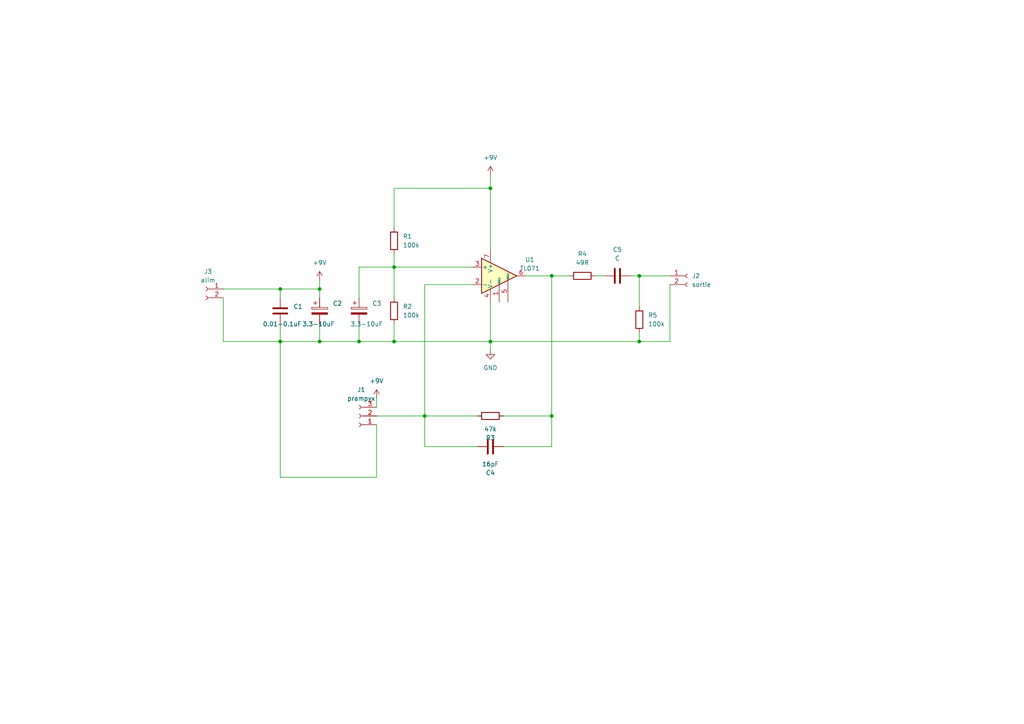
<source format=kicad_sch>
(kicad_sch (version 20211123) (generator eeschema)
  (paper "A4")
  (lib_symbols
    (symbol "Amplifier_Operational:TL071" (pin_names (offset 0.127))
      (property "Reference" "U" (at 0 6.35 0))
      (property "Value" "TL071" (at 0 3.81 0))
      (symbol "TL071_0_1"
        (polyline (pts (xy -5.08 5.08) (xy 5.08 0) (xy -5.08 -5.08) (xy -5.08 5.08)) (stroke (width 0.254)) (fill (type background)))
      )
      (symbol "TL071_1_1"
        (pin input line (at 0 -7.62 90) (length 5.08) (name "NULL") (number "1"))
        (pin input line (at -7.62 -2.54 0) (length 2.54) (name "-") (number "2"))
        (pin input line (at -7.62 2.54 0) (length 2.54) (name "+") (number "3"))
        (pin power_in line (at -2.54 -7.62 90) (length 3.81) (name "V-") (number "4"))
        (pin input line (at 2.54 -7.62 90) (length 6.35) (name "NULL") (number "5"))
        (pin output line (at 7.62 0 180) (length 2.54) (name "~") (number "6"))
        (pin power_in line (at -2.54 7.62 270) (length 3.81) (name "V+") (number "7"))
        (pin no_connect line (at 0 2.54 270) (length 2.54) hide (name "NC") (number "8"))
      )
    )
    (symbol "Connector:Conn_01x02_Female" (pin_names (offset 1.016) hide)
      (property "Reference" "J" (at 0 2.54 0))
      (property "Value" "Conn_01x02_Female" (at 0 -5.08 0))
      (symbol "Conn_01x02_Female_1_1"
        (arc (start 0 -2.032) (mid -0.508 -2.54) (end 0 -3.048) (stroke (width 0.1524)))
        (polyline (pts (xy -1.27 -2.54) (xy -0.508 -2.54)) (stroke (width 0.1524)))
        (polyline (pts (xy -1.27 0) (xy -0.508 0)) (stroke (width 0.1524)))
        (arc (start 0 0.508) (mid -0.508 0) (end 0 -0.508) (stroke (width 0.1524)))
        (pin passive line (at -5.08 0 0) (length 3.81) (name "Pin_1") (number "1"))
        (pin passive line (at -5.08 -2.54 0) (length 3.81) (name "Pin_2") (number "2"))
      )
    )
    (symbol "Connector:Conn_01x03_Female" (pin_names (offset 1.016) hide)
      (property "Reference" "J" (at 0 5.08 0))
      (property "Value" "Conn_01x03_Female" (at 0 -5.08 0))
      (symbol "Conn_01x03_Female_1_1"
        (arc (start 0 -2.032) (mid -0.508 -2.54) (end 0 -3.048) (stroke (width 0.1524)))
        (polyline (pts (xy -1.27 -2.54) (xy -0.508 -2.54)) (stroke (width 0.1524)))
        (polyline (pts (xy -1.27 0) (xy -0.508 0)) (stroke (width 0.1524)))
        (polyline (pts (xy -1.27 2.54) (xy -0.508 2.54)) (stroke (width 0.1524)))
        (arc (start 0 0.508) (mid -0.508 0) (end 0 -0.508) (stroke (width 0.1524)))
        (arc (start 0 3.048) (mid -0.508 2.54) (end 0 2.032) (stroke (width 0.1524)))
        (pin passive line (at -5.08 2.54 0) (length 3.81) (name "Pin_1") (number "1"))
        (pin passive line (at -5.08 0 0) (length 3.81) (name "Pin_2") (number "2"))
        (pin passive line (at -5.08 -2.54 0) (length 3.81) (name "Pin_3") (number "3"))
      )
    )
    (symbol "Device:C" (pin_numbers hide) (pin_names (offset 0.254))
      (property "Reference" "C" (at 0.635 2.54 0))
      (property "Value" "C" (at 0.635 -2.54 0))
      (symbol "C_0_1"
        (polyline (pts (xy -2.032 -0.762) (xy 2.032 -0.762)) (stroke (width 0.508)))
        (polyline (pts (xy -2.032 0.762) (xy 2.032 0.762)) (stroke (width 0.508)))
      )
      (symbol "C_1_1"
        (pin passive line (at 0 3.81 270) (length 2.794) (name "~") (number "1"))
        (pin passive line (at 0 -3.81 90) (length 2.794) (name "~") (number "2"))
      )
    )
    (symbol "Device:C_Polarized" (pin_numbers hide) (pin_names (offset 0.254))
      (property "Reference" "C" (at 0.635 2.54 0))
      (property "Value" "C_Polarized" (at 0.635 -2.54 0))
      (symbol "C_Polarized_0_1"
        (rectangle (start -2.286 0.508) (end 2.286 1.016))
        (polyline (pts (xy -1.778 2.286) (xy -0.762 2.286)))
        (polyline (pts (xy -1.27 2.794) (xy -1.27 1.778)))
        (rectangle (start 2.286 -0.508) (end -2.286 -1.016) (fill (type outline)))
      )
      (symbol "C_Polarized_1_1"
        (pin passive line (at 0 3.81 270) (length 2.794) (name "~") (number "1"))
        (pin passive line (at 0 -3.81 90) (length 2.794) (name "~") (number "2"))
      )
    )
    (symbol "Device:R" (pin_numbers hide) (pin_names (offset 0))
      (property "Reference" "R" (at 2.032 0 90))
      (property "Value" "R" (at 0 0 90))
      (symbol "R_0_1"
        (rectangle (start -1.016 -2.54) (end 1.016 2.54) (stroke (width 0.254)))
      )
      (symbol "R_1_1"
        (pin passive line (at 0 3.81 270) (length 1.27) (name "~") (number "1"))
        (pin passive line (at 0 -3.81 90) (length 1.27) (name "~") (number "2"))
      )
    )
    (symbol "power:+9V" (power) (pin_names (offset 0))
      (property "Value" "+9V" (at 0 3.556 0))
      (symbol "+9V_0_1"
        (polyline (pts (xy -0.762 1.27) (xy 0 2.54)))
        (polyline (pts (xy 0 0) (xy 0 2.54)))
        (polyline (pts (xy 0 2.54) (xy 0.762 1.27)))
      )
      (symbol "+9V_1_1"
        (pin power_in line (at 0 0 90) (length 0) hide (name "+9V") (number "1"))
      )
    )
    (symbol "power:GND" (power) (pin_names (offset 0))
      (property "Value" "GND" (at 0 -3.81 0))
      (symbol "GND_0_1"
        (polyline (pts (xy 0 0) (xy 0 -1.27) (xy 1.27 -1.27) (xy 0 -2.54) (xy -1.27 -1.27) (xy 0 -1.27)))
      )
      (symbol "GND_1_1"
        (pin power_in line (at 0 0 270) (length 0) hide (name "GND") (number "1"))
      )
    )
  )
  (junction (at 142.24 99.06))
  (junction (at 114.3 77.47))
  (junction (at 185.42 99.06))
  (junction (at 104.14 99.06))
  (junction (at 114.3 99.06))
  (junction (at 92.71 99.06))
  (junction (at 81.28 99.06))
  (junction (at 81.28 83.82))
  (junction (at 160.02 120.65))
  (junction (at 92.71 83.82))
  (junction (at 142.24 54.61))
  (junction (at 160.02 80.01))
  (junction (at 123.19 120.65))
  (junction (at 185.42 80.01))
  (wire (pts (xy 142.24 50.8) (xy 142.24 54.61)))
  (wire (pts (xy 64.77 99.06) (xy 81.28 99.06)))
  (wire (pts (xy 160.02 129.54) (xy 160.02 120.65)))
  (wire (pts (xy 114.3 99.06) (xy 142.24 99.06)))
  (wire (pts (xy 146.05 129.54) (xy 160.02 129.54)))
  (wire (pts (xy 194.31 82.55) (xy 194.31 99.06)))
  (wire (pts (xy 81.28 83.82) (xy 92.71 83.82)))
  (wire (pts (xy 185.42 80.01) (xy 185.42 88.9)))
  (wire (pts (xy 109.22 120.65) (xy 123.19 120.65)))
  (wire (pts (xy 92.71 83.82) (xy 92.71 86.36)))
  (wire (pts (xy 92.71 93.98) (xy 92.71 99.06)))
  (wire (pts (xy 114.3 54.61) (xy 142.24 54.61)))
  (wire (pts (xy 182.88 80.01) (xy 185.42 80.01)))
  (wire (pts (xy 185.42 80.01) (xy 194.31 80.01)))
  (wire (pts (xy 109.22 123.19) (xy 109.22 138.43)))
  (wire (pts (xy 114.3 77.47) (xy 114.3 86.36)))
  (wire (pts (xy 123.19 129.54) (xy 138.43 129.54)))
  (wire (pts (xy 123.19 82.55) (xy 137.16 82.55)))
  (wire (pts (xy 185.42 99.06) (xy 185.42 96.52)))
  (wire (pts (xy 142.24 99.06) (xy 142.24 87.63)))
  (wire (pts (xy 92.71 81.28) (xy 92.71 83.82)))
  (wire (pts (xy 160.02 80.01) (xy 165.1 80.01)))
  (wire (pts (xy 114.3 77.47) (xy 137.16 77.47)))
  (wire (pts (xy 114.3 66.04) (xy 114.3 54.61)))
  (wire (pts (xy 92.71 99.06) (xy 104.14 99.06)))
  (wire (pts (xy 109.22 115.57) (xy 109.22 118.11)))
  (wire (pts (xy 123.19 120.65) (xy 123.19 129.54)))
  (wire (pts (xy 194.31 99.06) (xy 185.42 99.06)))
  (wire (pts (xy 172.72 80.01) (xy 175.26 80.01)))
  (wire (pts (xy 104.14 93.98) (xy 104.14 99.06)))
  (wire (pts (xy 142.24 101.6) (xy 142.24 99.06)))
  (wire (pts (xy 81.28 86.36) (xy 81.28 83.82)))
  (wire (pts (xy 104.14 99.06) (xy 114.3 99.06)))
  (wire (pts (xy 160.02 120.65) (xy 160.02 80.01)))
  (wire (pts (xy 123.19 120.65) (xy 123.19 82.55)))
  (wire (pts (xy 152.4 80.01) (xy 160.02 80.01)))
  (wire (pts (xy 142.24 99.06) (xy 185.42 99.06)))
  (wire (pts (xy 114.3 77.47) (xy 104.14 77.47)))
  (wire (pts (xy 81.28 99.06) (xy 92.71 99.06)))
  (wire (pts (xy 81.28 93.98) (xy 81.28 99.06)))
  (wire (pts (xy 123.19 120.65) (xy 138.43 120.65)))
  (wire (pts (xy 109.22 138.43) (xy 81.28 138.43)))
  (wire (pts (xy 64.77 83.82) (xy 81.28 83.82)))
  (wire (pts (xy 64.77 86.36) (xy 64.77 99.06)))
  (wire (pts (xy 81.28 138.43) (xy 81.28 99.06)))
  (wire (pts (xy 104.14 77.47) (xy 104.14 86.36)))
  (wire (pts (xy 114.3 93.98) (xy 114.3 99.06)))
  (wire (pts (xy 146.05 120.65) (xy 160.02 120.65)))
  (wire (pts (xy 114.3 73.66) (xy 114.3 77.47)))
  (wire (pts (xy 142.24 54.61) (xy 142.24 72.39)))
  (symbol (lib_id "power:+9V") (at 142.24 50.8 0) (unit 1)
    (property "Reference" "#PWR03" (effects hide))
    (property "Value" "+9V" (at 142.24 45.72 0))
  )
  (symbol (lib_id "power:GND") (at 142.24 101.6 0) (unit 1)
    (property "Reference" "#PWR04" (effects hide))
    (property "Value" "GND" (at 142.24 106.68 0))
  )
  (symbol (lib_id "Device:C") (at 142.24 129.54 270) (unit 1)
    (property "Reference" "C4" (at 142.24 137.16 90))
    (property "Value" "16pF" (at 142.24 134.62 90))
    (property "Footprint" "Capacitor_THT:C_Disc_D7.5mm_W2.5mm_P5.00mm" (effects hide))
  )
  (symbol (lib_id "Device:R") (at 142.24 120.65 270) (unit 1)
    (property "Reference" "R3" (at 142.24 127 90))
    (property "Value" "47k" (at 142.24 124.46 90))
    (property "Footprint" "Resistor_THT:R_Axial_DIN0207_L6.3mm_D2.5mm_P7.62mm_Horizontal" (effects hide))
  )
  (symbol (lib_id "Device:R") (at 185.42 92.71 180) (unit 1)
    (property "Reference" "R5" (at 187.96 91.4399 0) (effects (justify right)))
    (property "Value" "100k" (at 187.96 93.9799 0) (effects (justify right)))
    (property "Footprint" "Resistor_THT:R_Axial_DIN0207_L6.3mm_D2.5mm_P7.62mm_Horizontal" (effects hide))
  )
  (symbol (lib_id "Device:C") (at 179.07 80.01 90) (unit 1)
    (property "Reference" "C5" (at 179.07 72.39 90))
    (property "Value" "C" (at 179.07 74.93 90))
    (property "Footprint" "Capacitor_THT:C_Rect_L9.0mm_W5.1mm_P7.50mm_MKT" (effects hide))
  )
  (symbol (lib_id "Connector:Conn_01x02_Female") (at 59.69 83.82 0) (mirror y) (unit 1)
    (property "Reference" "J3" (at 60.325 78.74 0))
    (property "Value" "alim" (at 60.325 81.28 0))
    (property "Footprint" "Connector:JWT_A3963_1x02_P3.96mm_Vertical" (effects hide))
  )
  (symbol (lib_id "Device:C_Polarized") (at 92.71 90.17 0) (unit 1)
    (property "Reference" "C2" (at 96.52 88.0109 0) (effects (justify left)))
    (property "Value" "3.3-10uF" (at 87.63 93.98 0) (effects (justify left)))
    (property "Footprint" "Capacitor_THT:CP_Radial_D8.0mm_P5.00mm" (effects hide))
  )
  (symbol (lib_id "Amplifier_Operational:TL071") (at 144.78 80.01 0) (unit 1)
    (property "Reference" "U1" (at 153.67 75.311 0))
    (property "Value" "TL071" (at 153.67 77.851 0))
    (property "Footprint" "Package_DIP:DIP-8_W7.62mm_LongPads" (effects hide))
    (property "Datasheet" "http://www.ti.com/lit/ds/symlink/tl071.pdf" (effects hide))
  )
  (symbol (lib_id "Connector:Conn_01x02_Female") (at 199.39 80.01 0) (unit 1)
    (property "Reference" "J2" (at 200.66 80.0099 0) (effects (justify left)))
    (property "Value" "sortie" (at 200.66 82.5499 0) (effects (justify left)))
    (property "Footprint" "Connector:JWT_A3963_1x02_P3.96mm_Vertical" (effects hide))
  )
  (symbol (lib_id "Device:R") (at 114.3 69.85 180) (unit 1)
    (property "Reference" "R1" (at 116.84 68.5799 0) (effects (justify right)))
    (property "Value" "100k" (at 116.84 71.1199 0) (effects (justify right)))
    (property "Footprint" "Resistor_THT:R_Axial_DIN0207_L6.3mm_D2.5mm_P7.62mm_Horizontal" (effects hide))
  )
  (symbol (lib_id "Device:R") (at 114.3 90.17 180) (unit 1)
    (property "Reference" "R2" (at 116.84 88.8999 0) (effects (justify right)))
    (property "Value" "100k" (at 116.84 91.4399 0) (effects (justify right)))
    (property "Footprint" "Resistor_THT:R_Axial_DIN0207_L6.3mm_D2.5mm_P7.62mm_Horizontal" (effects hide))
  )
  (symbol (lib_id "Device:C") (at 81.28 90.17 0) (unit 1)
    (property "Reference" "C1" (at 85.09 88.8999 0) (effects (justify left)))
    (property "Value" "0.01-0.1uF" (at 76.2 93.98 0) (effects (justify left)))
    (property "Footprint" "Capacitor_THT:C_Rect_L9.0mm_W3.3mm_P7.50mm_MKT" (effects hide))
  )
  (symbol (lib_id "Device:C_Polarized") (at 104.14 90.17 0) (unit 1)
    (property "Reference" "C3" (at 107.95 88.0109 0) (effects (justify left)))
    (property "Value" "3.3-10uF" (at 101.6 93.98 0) (effects (justify left)))
    (property "Footprint" "Capacitor_THT:CP_Radial_D8.0mm_P5.00mm" (effects hide))
  )
  (symbol (lib_id "power:+9V") (at 109.22 115.57 0) (unit 1)
    (property "Reference" "#PWR02" (effects hide))
    (property "Value" "+9V" (at 109.22 110.49 0))
  )
  (symbol (lib_id "power:+9V") (at 92.71 81.28 0) (unit 1)
    (property "Reference" "#PWR01" (effects hide))
    (property "Value" "+9V" (at 92.71 76.2 0))
  )
  (symbol (lib_id "Connector:Conn_01x03_Female") (at 104.14 120.65 180) (unit 1)
    (property "Reference" "J1" (at 104.775 113.03 0))
    (property "Value" "prampyx" (at 104.775 115.57 0))
    (property "Footprint" "Connector:FanPinHeader_1x03_P2.54mm_Vertical" (effects hide))
  )
  (symbol (lib_id "Device:R") (at 168.91 80.01 90) (unit 1)
    (property "Reference" "R4" (at 168.91 73.66 90))
    (property "Value" "49R" (at 168.91 76.2 90))
    (property "Footprint" "Resistor_THT:R_Axial_DIN0207_L6.3mm_D2.5mm_P7.62mm_Horizontal" (effects hide))
  )
)
</source>
